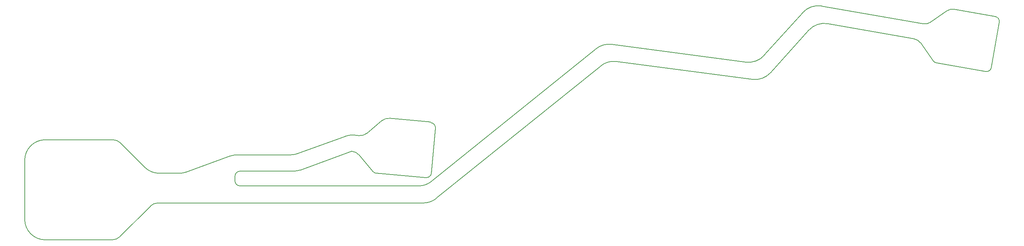
<source format=gbr>
*
G4_C Author: OrCAD GerbTool(tm) 8.1.1 Wed Jun 18 21:18:24 2003*
%LPD*%
%FSLAX34Y34*%
%MOIN*%
%AD*%
%ADD10R,0.050000X0.050000*%
%ADD11C,0.006000*%
%ADD12C,0.019000*%
%ADD13C,0.007900*%
%ADD14C,0.005000*%
%ADD15C,0.000800*%
%ADD16R,0.070000X0.025000*%
%ADD17R,0.068000X0.023000*%
%ADD18C,0.006000*%
%ADD19C,0.009800*%
%ADD20C,0.010000*%
%ADD21C,0.030000*%
%ADD22C,0.060000*%
%ADD23C,0.035000*%
%ADD24C,0.055000*%
%ADD25C,0.062980*%
%ADD26C,0.001000*%
%ADD27C,0.196840*%
G4_C OrCAD GerbTool Tool List *
G54D11*
G1X9929Y10082D2*
G75*
G3X9222Y10374I-707J-707D1*
G74*
G1X9171Y664D2*
G75*
G3X9878Y957I0J1000D1*
G74*
G1X12868Y3947D1*
G1X13575Y4240D2*
G75*
G3X12868Y3947I0J-1000D1*
G74*
G1X2675Y10375D2*
G1X9222Y10374D1*
G1X675Y8375D2*
G75*
G2X2675Y10375I2000J0D1*
G74*
G1X9171Y664D2*
G1X2675Y664D1*
G1X675Y2664D2*
G1X675Y8375D1*
G1X2675Y664D2*
G75*
G2X675Y2664I0J2000D1*
G74*
G1X12304Y7707D2*
G1X9929Y10082D1*
G1X13718Y7121D2*
G75*
G2X12304Y7707I0J2000D1*
G74*
G1X13718Y7121D2*
G1X15646Y7121D1*
G75*
G3X16330Y7242I0J2012D1*
G74*
G1X20582Y8789D1*
G75*
G2X21266Y8910I684J-1880D1*
G74*
G1X26436Y8910D1*
G1X27120Y9030D2*
G75*
G2X26436Y8910I-684J1880D1*
G74*
G1X27120Y9030D2*
G1X31739Y10712D1*
G1X32598Y10825D2*
G1X33114Y10780D1*
G1X31739Y10712D2*
G75*
G2X32598Y10825I680J-1870D1*
G74*
G1X26715Y7328D2*
G75*
G3X27399Y7448I0J2012D1*
G74*
G1X39309Y4240D2*
G1X13575Y4240D1*
G1X40565Y4684D2*
G75*
G2X39309Y4240I-1256J1556D1*
G74*
G1X56035Y19199D2*
G75*
G2X57552Y19625I1257J-1557D1*
G74*
G1X40565Y4684D2*
G1X56501Y17542D1*
G75*
G2X58018Y17968I1257J-1557D1*
G74*
G1X57552Y19625D2*
G1X70583Y17909D1*
G75*
G3X72330Y18554I263J1989D1*
G74*
G1X71202Y16232D2*
G1X58018Y17968D1*
G1X72949Y16877D2*
G75*
G2X71202Y16232I-1487J1339D1*
G74*
G1X72330Y18554D2*
G1X76076Y22715D1*
G1X77909Y23346D2*
G1X87718Y21617D1*
G1X76076Y22715D2*
G75*
G2X77909Y23346I1491J-1343D1*
G74*
G1X86867Y20160D2*
G1X78499Y21636D1*
G1X76665Y21004D2*
G1X72949Y16877D1*
G1X78499Y21636D2*
G75*
G3X76665Y21004I-349J-1976D1*
G74*
G1X21548Y7328D2*
G1X26715Y7328D1*
G1X21048Y6828D2*
G75*
G2X21548Y7328I500J0D1*
G74*
G1X21048Y6828D2*
G1X21048Y6395D1*
G75*
G3X21548Y5895I500J0D1*
G74*
G1X38842Y5895D1*
G1X40098Y6338D2*
G1X56035Y19199D1*
G1X38842Y5895D2*
G75*
G3X40098Y6338I0J1999D1*
G74*
G1X87513Y19749D2*
G75*
G3X86867Y20161I-819J-574D1*
G74*
G1X95125Y21754D2*
G75*
G3X94719Y22333I-492J87D1*
G74*
G1X87513Y19749D2*
G1X88714Y18034D1*
G75*
G3X89037Y17827I410J287D1*
G74*
G1X93778Y16991D1*
G1X94357Y17397D2*
G1X95125Y21754D1*
G1X93778Y16991D2*
G75*
G3X94357Y17397I87J492D1*
G74*
G1X88466Y21783D2*
G75*
G2X87719Y21617I-574J819D1*
G74*
G1X88466Y21783D2*
G1X90012Y22865D1*
G1X90760Y23031D2*
G1X94719Y22333D1*
G1X90012Y22865D2*
G75*
G2X90760Y23031I573J-819D1*
G74*
G1X33072Y8901D2*
G75*
G3X32392Y9255I-766J-643D1*
G74*
G1X33072Y8901D2*
G1X34417Y7297D1*
G75*
G3X34757Y7119I384J322D1*
G74*
G1X39553Y6700D1*
G75*
G3X40095Y7155I44J498D1*
G74*
G1X33844Y11010D2*
G75*
G2X33114Y10780I-643J766D1*
G74*
G1X33844Y11010D2*
G1X35290Y12224D1*
G1X36020Y12454D2*
G1X40026Y12103D1*
G1X35290Y12224D2*
G75*
G2X36020Y12454I643J-766D1*
G74*
G1X40482Y11490D2*
G75*
G3X40028Y12032I-498J44D1*
G74*
G1X40096Y7083D2*
G1X40482Y11490D1*
G1X27399Y7448D2*
G1X32368Y9257D1*
G1X32393Y9255D1*
M2*

</source>
